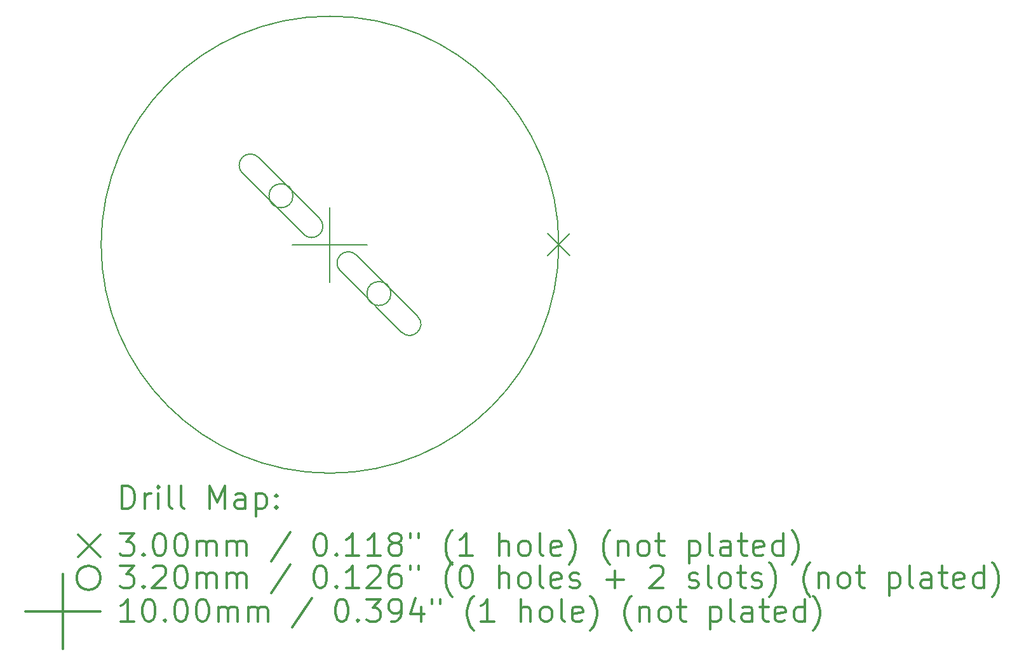
<source format=gbr>
%FSLAX45Y45*%
G04 Gerber Fmt 4.5, Leading zero omitted, Abs format (unit mm)*
G04 Created by KiCad (PCBNEW (5.1.9)-1) date 2021-08-01 23:03:55*
%MOMM*%
%LPD*%
G01*
G04 APERTURE LIST*
%TA.AperFunction,Profile*%
%ADD10C,0.150000*%
%TD*%
%ADD11C,0.200000*%
%ADD12C,0.300000*%
G04 APERTURE END LIST*
D10*
X16230016Y-9840000D02*
G75*
G03*
X16230016Y-9840000I-3050016J0D01*
G01*
D11*
X16080000Y-9690000D02*
X16380000Y-9990000D01*
X16380000Y-9690000D02*
X16080000Y-9990000D01*
X12687500Y-9187500D02*
G75*
G03*
X12687500Y-9187500I-160000J0D01*
G01*
X13041920Y-9489788D02*
X12225212Y-8673080D01*
X12829788Y-9701920D02*
X12013080Y-8885212D01*
X12225212Y-8673080D02*
G75*
G03*
X12013080Y-8885212I-106066J-106066D01*
G01*
X12829788Y-9701920D02*
G75*
G03*
X13041920Y-9489788I106066J106066D01*
G01*
X13992500Y-10492500D02*
G75*
G03*
X13992500Y-10492500I-160000J0D01*
G01*
X14346920Y-10794788D02*
X13530212Y-9978080D01*
X14134788Y-11006920D02*
X13318080Y-10190212D01*
X13530212Y-9978080D02*
G75*
G03*
X13318080Y-10190212I-106066J-106066D01*
G01*
X14134788Y-11006920D02*
G75*
G03*
X14346920Y-10794788I106066J106066D01*
G01*
X13180000Y-9340000D02*
X13180000Y-10340000D01*
X12680000Y-9840000D02*
X13680000Y-9840000D01*
D12*
X10408912Y-13363231D02*
X10408912Y-13063231D01*
X10480341Y-13063231D01*
X10523198Y-13077516D01*
X10551769Y-13106088D01*
X10566055Y-13134659D01*
X10580341Y-13191802D01*
X10580341Y-13234659D01*
X10566055Y-13291802D01*
X10551769Y-13320374D01*
X10523198Y-13348945D01*
X10480341Y-13363231D01*
X10408912Y-13363231D01*
X10708912Y-13363231D02*
X10708912Y-13163231D01*
X10708912Y-13220374D02*
X10723198Y-13191802D01*
X10737484Y-13177516D01*
X10766055Y-13163231D01*
X10794626Y-13163231D01*
X10894626Y-13363231D02*
X10894626Y-13163231D01*
X10894626Y-13063231D02*
X10880341Y-13077516D01*
X10894626Y-13091802D01*
X10908912Y-13077516D01*
X10894626Y-13063231D01*
X10894626Y-13091802D01*
X11080341Y-13363231D02*
X11051769Y-13348945D01*
X11037484Y-13320374D01*
X11037484Y-13063231D01*
X11237483Y-13363231D02*
X11208912Y-13348945D01*
X11194626Y-13320374D01*
X11194626Y-13063231D01*
X11580341Y-13363231D02*
X11580341Y-13063231D01*
X11680341Y-13277516D01*
X11780341Y-13063231D01*
X11780341Y-13363231D01*
X12051769Y-13363231D02*
X12051769Y-13206088D01*
X12037483Y-13177516D01*
X12008912Y-13163231D01*
X11951769Y-13163231D01*
X11923198Y-13177516D01*
X12051769Y-13348945D02*
X12023198Y-13363231D01*
X11951769Y-13363231D01*
X11923198Y-13348945D01*
X11908912Y-13320374D01*
X11908912Y-13291802D01*
X11923198Y-13263231D01*
X11951769Y-13248945D01*
X12023198Y-13248945D01*
X12051769Y-13234659D01*
X12194626Y-13163231D02*
X12194626Y-13463231D01*
X12194626Y-13177516D02*
X12223198Y-13163231D01*
X12280341Y-13163231D01*
X12308912Y-13177516D01*
X12323198Y-13191802D01*
X12337483Y-13220374D01*
X12337483Y-13306088D01*
X12323198Y-13334659D01*
X12308912Y-13348945D01*
X12280341Y-13363231D01*
X12223198Y-13363231D01*
X12194626Y-13348945D01*
X12466055Y-13334659D02*
X12480341Y-13348945D01*
X12466055Y-13363231D01*
X12451769Y-13348945D01*
X12466055Y-13334659D01*
X12466055Y-13363231D01*
X12466055Y-13177516D02*
X12480341Y-13191802D01*
X12466055Y-13206088D01*
X12451769Y-13191802D01*
X12466055Y-13177516D01*
X12466055Y-13206088D01*
X9822484Y-13707516D02*
X10122484Y-14007516D01*
X10122484Y-13707516D02*
X9822484Y-14007516D01*
X10380341Y-13693231D02*
X10566055Y-13693231D01*
X10466055Y-13807516D01*
X10508912Y-13807516D01*
X10537484Y-13821802D01*
X10551769Y-13836088D01*
X10566055Y-13864659D01*
X10566055Y-13936088D01*
X10551769Y-13964659D01*
X10537484Y-13978945D01*
X10508912Y-13993231D01*
X10423198Y-13993231D01*
X10394626Y-13978945D01*
X10380341Y-13964659D01*
X10694626Y-13964659D02*
X10708912Y-13978945D01*
X10694626Y-13993231D01*
X10680341Y-13978945D01*
X10694626Y-13964659D01*
X10694626Y-13993231D01*
X10894626Y-13693231D02*
X10923198Y-13693231D01*
X10951769Y-13707516D01*
X10966055Y-13721802D01*
X10980341Y-13750374D01*
X10994626Y-13807516D01*
X10994626Y-13878945D01*
X10980341Y-13936088D01*
X10966055Y-13964659D01*
X10951769Y-13978945D01*
X10923198Y-13993231D01*
X10894626Y-13993231D01*
X10866055Y-13978945D01*
X10851769Y-13964659D01*
X10837484Y-13936088D01*
X10823198Y-13878945D01*
X10823198Y-13807516D01*
X10837484Y-13750374D01*
X10851769Y-13721802D01*
X10866055Y-13707516D01*
X10894626Y-13693231D01*
X11180341Y-13693231D02*
X11208912Y-13693231D01*
X11237483Y-13707516D01*
X11251769Y-13721802D01*
X11266055Y-13750374D01*
X11280341Y-13807516D01*
X11280341Y-13878945D01*
X11266055Y-13936088D01*
X11251769Y-13964659D01*
X11237483Y-13978945D01*
X11208912Y-13993231D01*
X11180341Y-13993231D01*
X11151769Y-13978945D01*
X11137484Y-13964659D01*
X11123198Y-13936088D01*
X11108912Y-13878945D01*
X11108912Y-13807516D01*
X11123198Y-13750374D01*
X11137484Y-13721802D01*
X11151769Y-13707516D01*
X11180341Y-13693231D01*
X11408912Y-13993231D02*
X11408912Y-13793231D01*
X11408912Y-13821802D02*
X11423198Y-13807516D01*
X11451769Y-13793231D01*
X11494626Y-13793231D01*
X11523198Y-13807516D01*
X11537483Y-13836088D01*
X11537483Y-13993231D01*
X11537483Y-13836088D02*
X11551769Y-13807516D01*
X11580341Y-13793231D01*
X11623198Y-13793231D01*
X11651769Y-13807516D01*
X11666055Y-13836088D01*
X11666055Y-13993231D01*
X11808912Y-13993231D02*
X11808912Y-13793231D01*
X11808912Y-13821802D02*
X11823198Y-13807516D01*
X11851769Y-13793231D01*
X11894626Y-13793231D01*
X11923198Y-13807516D01*
X11937483Y-13836088D01*
X11937483Y-13993231D01*
X11937483Y-13836088D02*
X11951769Y-13807516D01*
X11980341Y-13793231D01*
X12023198Y-13793231D01*
X12051769Y-13807516D01*
X12066055Y-13836088D01*
X12066055Y-13993231D01*
X12651769Y-13678945D02*
X12394626Y-14064659D01*
X13037483Y-13693231D02*
X13066055Y-13693231D01*
X13094626Y-13707516D01*
X13108912Y-13721802D01*
X13123198Y-13750374D01*
X13137483Y-13807516D01*
X13137483Y-13878945D01*
X13123198Y-13936088D01*
X13108912Y-13964659D01*
X13094626Y-13978945D01*
X13066055Y-13993231D01*
X13037483Y-13993231D01*
X13008912Y-13978945D01*
X12994626Y-13964659D01*
X12980341Y-13936088D01*
X12966055Y-13878945D01*
X12966055Y-13807516D01*
X12980341Y-13750374D01*
X12994626Y-13721802D01*
X13008912Y-13707516D01*
X13037483Y-13693231D01*
X13266055Y-13964659D02*
X13280341Y-13978945D01*
X13266055Y-13993231D01*
X13251769Y-13978945D01*
X13266055Y-13964659D01*
X13266055Y-13993231D01*
X13566055Y-13993231D02*
X13394626Y-13993231D01*
X13480341Y-13993231D02*
X13480341Y-13693231D01*
X13451769Y-13736088D01*
X13423198Y-13764659D01*
X13394626Y-13778945D01*
X13851769Y-13993231D02*
X13680341Y-13993231D01*
X13766055Y-13993231D02*
X13766055Y-13693231D01*
X13737483Y-13736088D01*
X13708912Y-13764659D01*
X13680341Y-13778945D01*
X14023198Y-13821802D02*
X13994626Y-13807516D01*
X13980341Y-13793231D01*
X13966055Y-13764659D01*
X13966055Y-13750374D01*
X13980341Y-13721802D01*
X13994626Y-13707516D01*
X14023198Y-13693231D01*
X14080341Y-13693231D01*
X14108912Y-13707516D01*
X14123198Y-13721802D01*
X14137483Y-13750374D01*
X14137483Y-13764659D01*
X14123198Y-13793231D01*
X14108912Y-13807516D01*
X14080341Y-13821802D01*
X14023198Y-13821802D01*
X13994626Y-13836088D01*
X13980341Y-13850374D01*
X13966055Y-13878945D01*
X13966055Y-13936088D01*
X13980341Y-13964659D01*
X13994626Y-13978945D01*
X14023198Y-13993231D01*
X14080341Y-13993231D01*
X14108912Y-13978945D01*
X14123198Y-13964659D01*
X14137483Y-13936088D01*
X14137483Y-13878945D01*
X14123198Y-13850374D01*
X14108912Y-13836088D01*
X14080341Y-13821802D01*
X14251769Y-13693231D02*
X14251769Y-13750374D01*
X14366055Y-13693231D02*
X14366055Y-13750374D01*
X14808912Y-14107516D02*
X14794626Y-14093231D01*
X14766055Y-14050374D01*
X14751769Y-14021802D01*
X14737483Y-13978945D01*
X14723198Y-13907516D01*
X14723198Y-13850374D01*
X14737483Y-13778945D01*
X14751769Y-13736088D01*
X14766055Y-13707516D01*
X14794626Y-13664659D01*
X14808912Y-13650374D01*
X15080341Y-13993231D02*
X14908912Y-13993231D01*
X14994626Y-13993231D02*
X14994626Y-13693231D01*
X14966055Y-13736088D01*
X14937483Y-13764659D01*
X14908912Y-13778945D01*
X15437483Y-13993231D02*
X15437483Y-13693231D01*
X15566055Y-13993231D02*
X15566055Y-13836088D01*
X15551769Y-13807516D01*
X15523198Y-13793231D01*
X15480341Y-13793231D01*
X15451769Y-13807516D01*
X15437483Y-13821802D01*
X15751769Y-13993231D02*
X15723198Y-13978945D01*
X15708912Y-13964659D01*
X15694626Y-13936088D01*
X15694626Y-13850374D01*
X15708912Y-13821802D01*
X15723198Y-13807516D01*
X15751769Y-13793231D01*
X15794626Y-13793231D01*
X15823198Y-13807516D01*
X15837483Y-13821802D01*
X15851769Y-13850374D01*
X15851769Y-13936088D01*
X15837483Y-13964659D01*
X15823198Y-13978945D01*
X15794626Y-13993231D01*
X15751769Y-13993231D01*
X16023198Y-13993231D02*
X15994626Y-13978945D01*
X15980341Y-13950374D01*
X15980341Y-13693231D01*
X16251769Y-13978945D02*
X16223198Y-13993231D01*
X16166055Y-13993231D01*
X16137483Y-13978945D01*
X16123198Y-13950374D01*
X16123198Y-13836088D01*
X16137483Y-13807516D01*
X16166055Y-13793231D01*
X16223198Y-13793231D01*
X16251769Y-13807516D01*
X16266055Y-13836088D01*
X16266055Y-13864659D01*
X16123198Y-13893231D01*
X16366055Y-14107516D02*
X16380341Y-14093231D01*
X16408912Y-14050374D01*
X16423198Y-14021802D01*
X16437483Y-13978945D01*
X16451769Y-13907516D01*
X16451769Y-13850374D01*
X16437483Y-13778945D01*
X16423198Y-13736088D01*
X16408912Y-13707516D01*
X16380341Y-13664659D01*
X16366055Y-13650374D01*
X16908912Y-14107516D02*
X16894626Y-14093231D01*
X16866055Y-14050374D01*
X16851769Y-14021802D01*
X16837484Y-13978945D01*
X16823198Y-13907516D01*
X16823198Y-13850374D01*
X16837484Y-13778945D01*
X16851769Y-13736088D01*
X16866055Y-13707516D01*
X16894626Y-13664659D01*
X16908912Y-13650374D01*
X17023198Y-13793231D02*
X17023198Y-13993231D01*
X17023198Y-13821802D02*
X17037484Y-13807516D01*
X17066055Y-13793231D01*
X17108912Y-13793231D01*
X17137484Y-13807516D01*
X17151769Y-13836088D01*
X17151769Y-13993231D01*
X17337484Y-13993231D02*
X17308912Y-13978945D01*
X17294626Y-13964659D01*
X17280341Y-13936088D01*
X17280341Y-13850374D01*
X17294626Y-13821802D01*
X17308912Y-13807516D01*
X17337484Y-13793231D01*
X17380341Y-13793231D01*
X17408912Y-13807516D01*
X17423198Y-13821802D01*
X17437484Y-13850374D01*
X17437484Y-13936088D01*
X17423198Y-13964659D01*
X17408912Y-13978945D01*
X17380341Y-13993231D01*
X17337484Y-13993231D01*
X17523198Y-13793231D02*
X17637484Y-13793231D01*
X17566055Y-13693231D02*
X17566055Y-13950374D01*
X17580341Y-13978945D01*
X17608912Y-13993231D01*
X17637484Y-13993231D01*
X17966055Y-13793231D02*
X17966055Y-14093231D01*
X17966055Y-13807516D02*
X17994626Y-13793231D01*
X18051769Y-13793231D01*
X18080341Y-13807516D01*
X18094626Y-13821802D01*
X18108912Y-13850374D01*
X18108912Y-13936088D01*
X18094626Y-13964659D01*
X18080341Y-13978945D01*
X18051769Y-13993231D01*
X17994626Y-13993231D01*
X17966055Y-13978945D01*
X18280341Y-13993231D02*
X18251769Y-13978945D01*
X18237484Y-13950374D01*
X18237484Y-13693231D01*
X18523198Y-13993231D02*
X18523198Y-13836088D01*
X18508912Y-13807516D01*
X18480341Y-13793231D01*
X18423198Y-13793231D01*
X18394626Y-13807516D01*
X18523198Y-13978945D02*
X18494626Y-13993231D01*
X18423198Y-13993231D01*
X18394626Y-13978945D01*
X18380341Y-13950374D01*
X18380341Y-13921802D01*
X18394626Y-13893231D01*
X18423198Y-13878945D01*
X18494626Y-13878945D01*
X18523198Y-13864659D01*
X18623198Y-13793231D02*
X18737484Y-13793231D01*
X18666055Y-13693231D02*
X18666055Y-13950374D01*
X18680341Y-13978945D01*
X18708912Y-13993231D01*
X18737484Y-13993231D01*
X18951769Y-13978945D02*
X18923198Y-13993231D01*
X18866055Y-13993231D01*
X18837484Y-13978945D01*
X18823198Y-13950374D01*
X18823198Y-13836088D01*
X18837484Y-13807516D01*
X18866055Y-13793231D01*
X18923198Y-13793231D01*
X18951769Y-13807516D01*
X18966055Y-13836088D01*
X18966055Y-13864659D01*
X18823198Y-13893231D01*
X19223198Y-13993231D02*
X19223198Y-13693231D01*
X19223198Y-13978945D02*
X19194626Y-13993231D01*
X19137484Y-13993231D01*
X19108912Y-13978945D01*
X19094626Y-13964659D01*
X19080341Y-13936088D01*
X19080341Y-13850374D01*
X19094626Y-13821802D01*
X19108912Y-13807516D01*
X19137484Y-13793231D01*
X19194626Y-13793231D01*
X19223198Y-13807516D01*
X19337484Y-14107516D02*
X19351769Y-14093231D01*
X19380341Y-14050374D01*
X19394626Y-14021802D01*
X19408912Y-13978945D01*
X19423198Y-13907516D01*
X19423198Y-13850374D01*
X19408912Y-13778945D01*
X19394626Y-13736088D01*
X19380341Y-13707516D01*
X19351769Y-13664659D01*
X19337484Y-13650374D01*
X10122484Y-14287516D02*
G75*
G03*
X10122484Y-14287516I-160000J0D01*
G01*
X10380341Y-14123231D02*
X10566055Y-14123231D01*
X10466055Y-14237516D01*
X10508912Y-14237516D01*
X10537484Y-14251802D01*
X10551769Y-14266088D01*
X10566055Y-14294659D01*
X10566055Y-14366088D01*
X10551769Y-14394659D01*
X10537484Y-14408945D01*
X10508912Y-14423231D01*
X10423198Y-14423231D01*
X10394626Y-14408945D01*
X10380341Y-14394659D01*
X10694626Y-14394659D02*
X10708912Y-14408945D01*
X10694626Y-14423231D01*
X10680341Y-14408945D01*
X10694626Y-14394659D01*
X10694626Y-14423231D01*
X10823198Y-14151802D02*
X10837484Y-14137516D01*
X10866055Y-14123231D01*
X10937484Y-14123231D01*
X10966055Y-14137516D01*
X10980341Y-14151802D01*
X10994626Y-14180374D01*
X10994626Y-14208945D01*
X10980341Y-14251802D01*
X10808912Y-14423231D01*
X10994626Y-14423231D01*
X11180341Y-14123231D02*
X11208912Y-14123231D01*
X11237483Y-14137516D01*
X11251769Y-14151802D01*
X11266055Y-14180374D01*
X11280341Y-14237516D01*
X11280341Y-14308945D01*
X11266055Y-14366088D01*
X11251769Y-14394659D01*
X11237483Y-14408945D01*
X11208912Y-14423231D01*
X11180341Y-14423231D01*
X11151769Y-14408945D01*
X11137484Y-14394659D01*
X11123198Y-14366088D01*
X11108912Y-14308945D01*
X11108912Y-14237516D01*
X11123198Y-14180374D01*
X11137484Y-14151802D01*
X11151769Y-14137516D01*
X11180341Y-14123231D01*
X11408912Y-14423231D02*
X11408912Y-14223231D01*
X11408912Y-14251802D02*
X11423198Y-14237516D01*
X11451769Y-14223231D01*
X11494626Y-14223231D01*
X11523198Y-14237516D01*
X11537483Y-14266088D01*
X11537483Y-14423231D01*
X11537483Y-14266088D02*
X11551769Y-14237516D01*
X11580341Y-14223231D01*
X11623198Y-14223231D01*
X11651769Y-14237516D01*
X11666055Y-14266088D01*
X11666055Y-14423231D01*
X11808912Y-14423231D02*
X11808912Y-14223231D01*
X11808912Y-14251802D02*
X11823198Y-14237516D01*
X11851769Y-14223231D01*
X11894626Y-14223231D01*
X11923198Y-14237516D01*
X11937483Y-14266088D01*
X11937483Y-14423231D01*
X11937483Y-14266088D02*
X11951769Y-14237516D01*
X11980341Y-14223231D01*
X12023198Y-14223231D01*
X12051769Y-14237516D01*
X12066055Y-14266088D01*
X12066055Y-14423231D01*
X12651769Y-14108945D02*
X12394626Y-14494659D01*
X13037483Y-14123231D02*
X13066055Y-14123231D01*
X13094626Y-14137516D01*
X13108912Y-14151802D01*
X13123198Y-14180374D01*
X13137483Y-14237516D01*
X13137483Y-14308945D01*
X13123198Y-14366088D01*
X13108912Y-14394659D01*
X13094626Y-14408945D01*
X13066055Y-14423231D01*
X13037483Y-14423231D01*
X13008912Y-14408945D01*
X12994626Y-14394659D01*
X12980341Y-14366088D01*
X12966055Y-14308945D01*
X12966055Y-14237516D01*
X12980341Y-14180374D01*
X12994626Y-14151802D01*
X13008912Y-14137516D01*
X13037483Y-14123231D01*
X13266055Y-14394659D02*
X13280341Y-14408945D01*
X13266055Y-14423231D01*
X13251769Y-14408945D01*
X13266055Y-14394659D01*
X13266055Y-14423231D01*
X13566055Y-14423231D02*
X13394626Y-14423231D01*
X13480341Y-14423231D02*
X13480341Y-14123231D01*
X13451769Y-14166088D01*
X13423198Y-14194659D01*
X13394626Y-14208945D01*
X13680341Y-14151802D02*
X13694626Y-14137516D01*
X13723198Y-14123231D01*
X13794626Y-14123231D01*
X13823198Y-14137516D01*
X13837483Y-14151802D01*
X13851769Y-14180374D01*
X13851769Y-14208945D01*
X13837483Y-14251802D01*
X13666055Y-14423231D01*
X13851769Y-14423231D01*
X14108912Y-14123231D02*
X14051769Y-14123231D01*
X14023198Y-14137516D01*
X14008912Y-14151802D01*
X13980341Y-14194659D01*
X13966055Y-14251802D01*
X13966055Y-14366088D01*
X13980341Y-14394659D01*
X13994626Y-14408945D01*
X14023198Y-14423231D01*
X14080341Y-14423231D01*
X14108912Y-14408945D01*
X14123198Y-14394659D01*
X14137483Y-14366088D01*
X14137483Y-14294659D01*
X14123198Y-14266088D01*
X14108912Y-14251802D01*
X14080341Y-14237516D01*
X14023198Y-14237516D01*
X13994626Y-14251802D01*
X13980341Y-14266088D01*
X13966055Y-14294659D01*
X14251769Y-14123231D02*
X14251769Y-14180374D01*
X14366055Y-14123231D02*
X14366055Y-14180374D01*
X14808912Y-14537516D02*
X14794626Y-14523231D01*
X14766055Y-14480374D01*
X14751769Y-14451802D01*
X14737483Y-14408945D01*
X14723198Y-14337516D01*
X14723198Y-14280374D01*
X14737483Y-14208945D01*
X14751769Y-14166088D01*
X14766055Y-14137516D01*
X14794626Y-14094659D01*
X14808912Y-14080374D01*
X14980341Y-14123231D02*
X15008912Y-14123231D01*
X15037483Y-14137516D01*
X15051769Y-14151802D01*
X15066055Y-14180374D01*
X15080341Y-14237516D01*
X15080341Y-14308945D01*
X15066055Y-14366088D01*
X15051769Y-14394659D01*
X15037483Y-14408945D01*
X15008912Y-14423231D01*
X14980341Y-14423231D01*
X14951769Y-14408945D01*
X14937483Y-14394659D01*
X14923198Y-14366088D01*
X14908912Y-14308945D01*
X14908912Y-14237516D01*
X14923198Y-14180374D01*
X14937483Y-14151802D01*
X14951769Y-14137516D01*
X14980341Y-14123231D01*
X15437483Y-14423231D02*
X15437483Y-14123231D01*
X15566055Y-14423231D02*
X15566055Y-14266088D01*
X15551769Y-14237516D01*
X15523198Y-14223231D01*
X15480341Y-14223231D01*
X15451769Y-14237516D01*
X15437483Y-14251802D01*
X15751769Y-14423231D02*
X15723198Y-14408945D01*
X15708912Y-14394659D01*
X15694626Y-14366088D01*
X15694626Y-14280374D01*
X15708912Y-14251802D01*
X15723198Y-14237516D01*
X15751769Y-14223231D01*
X15794626Y-14223231D01*
X15823198Y-14237516D01*
X15837483Y-14251802D01*
X15851769Y-14280374D01*
X15851769Y-14366088D01*
X15837483Y-14394659D01*
X15823198Y-14408945D01*
X15794626Y-14423231D01*
X15751769Y-14423231D01*
X16023198Y-14423231D02*
X15994626Y-14408945D01*
X15980341Y-14380374D01*
X15980341Y-14123231D01*
X16251769Y-14408945D02*
X16223198Y-14423231D01*
X16166055Y-14423231D01*
X16137483Y-14408945D01*
X16123198Y-14380374D01*
X16123198Y-14266088D01*
X16137483Y-14237516D01*
X16166055Y-14223231D01*
X16223198Y-14223231D01*
X16251769Y-14237516D01*
X16266055Y-14266088D01*
X16266055Y-14294659D01*
X16123198Y-14323231D01*
X16380341Y-14408945D02*
X16408912Y-14423231D01*
X16466055Y-14423231D01*
X16494626Y-14408945D01*
X16508912Y-14380374D01*
X16508912Y-14366088D01*
X16494626Y-14337516D01*
X16466055Y-14323231D01*
X16423198Y-14323231D01*
X16394626Y-14308945D01*
X16380341Y-14280374D01*
X16380341Y-14266088D01*
X16394626Y-14237516D01*
X16423198Y-14223231D01*
X16466055Y-14223231D01*
X16494626Y-14237516D01*
X16866055Y-14308945D02*
X17094626Y-14308945D01*
X16980341Y-14423231D02*
X16980341Y-14194659D01*
X17451769Y-14151802D02*
X17466055Y-14137516D01*
X17494626Y-14123231D01*
X17566055Y-14123231D01*
X17594626Y-14137516D01*
X17608912Y-14151802D01*
X17623198Y-14180374D01*
X17623198Y-14208945D01*
X17608912Y-14251802D01*
X17437484Y-14423231D01*
X17623198Y-14423231D01*
X17966055Y-14408945D02*
X17994626Y-14423231D01*
X18051769Y-14423231D01*
X18080341Y-14408945D01*
X18094626Y-14380374D01*
X18094626Y-14366088D01*
X18080341Y-14337516D01*
X18051769Y-14323231D01*
X18008912Y-14323231D01*
X17980341Y-14308945D01*
X17966055Y-14280374D01*
X17966055Y-14266088D01*
X17980341Y-14237516D01*
X18008912Y-14223231D01*
X18051769Y-14223231D01*
X18080341Y-14237516D01*
X18266055Y-14423231D02*
X18237484Y-14408945D01*
X18223198Y-14380374D01*
X18223198Y-14123231D01*
X18423198Y-14423231D02*
X18394626Y-14408945D01*
X18380341Y-14394659D01*
X18366055Y-14366088D01*
X18366055Y-14280374D01*
X18380341Y-14251802D01*
X18394626Y-14237516D01*
X18423198Y-14223231D01*
X18466055Y-14223231D01*
X18494626Y-14237516D01*
X18508912Y-14251802D01*
X18523198Y-14280374D01*
X18523198Y-14366088D01*
X18508912Y-14394659D01*
X18494626Y-14408945D01*
X18466055Y-14423231D01*
X18423198Y-14423231D01*
X18608912Y-14223231D02*
X18723198Y-14223231D01*
X18651769Y-14123231D02*
X18651769Y-14380374D01*
X18666055Y-14408945D01*
X18694626Y-14423231D01*
X18723198Y-14423231D01*
X18808912Y-14408945D02*
X18837484Y-14423231D01*
X18894626Y-14423231D01*
X18923198Y-14408945D01*
X18937484Y-14380374D01*
X18937484Y-14366088D01*
X18923198Y-14337516D01*
X18894626Y-14323231D01*
X18851769Y-14323231D01*
X18823198Y-14308945D01*
X18808912Y-14280374D01*
X18808912Y-14266088D01*
X18823198Y-14237516D01*
X18851769Y-14223231D01*
X18894626Y-14223231D01*
X18923198Y-14237516D01*
X19037484Y-14537516D02*
X19051769Y-14523231D01*
X19080341Y-14480374D01*
X19094626Y-14451802D01*
X19108912Y-14408945D01*
X19123198Y-14337516D01*
X19123198Y-14280374D01*
X19108912Y-14208945D01*
X19094626Y-14166088D01*
X19080341Y-14137516D01*
X19051769Y-14094659D01*
X19037484Y-14080374D01*
X19580341Y-14537516D02*
X19566055Y-14523231D01*
X19537484Y-14480374D01*
X19523198Y-14451802D01*
X19508912Y-14408945D01*
X19494626Y-14337516D01*
X19494626Y-14280374D01*
X19508912Y-14208945D01*
X19523198Y-14166088D01*
X19537484Y-14137516D01*
X19566055Y-14094659D01*
X19580341Y-14080374D01*
X19694626Y-14223231D02*
X19694626Y-14423231D01*
X19694626Y-14251802D02*
X19708912Y-14237516D01*
X19737484Y-14223231D01*
X19780341Y-14223231D01*
X19808912Y-14237516D01*
X19823198Y-14266088D01*
X19823198Y-14423231D01*
X20008912Y-14423231D02*
X19980341Y-14408945D01*
X19966055Y-14394659D01*
X19951769Y-14366088D01*
X19951769Y-14280374D01*
X19966055Y-14251802D01*
X19980341Y-14237516D01*
X20008912Y-14223231D01*
X20051769Y-14223231D01*
X20080341Y-14237516D01*
X20094626Y-14251802D01*
X20108912Y-14280374D01*
X20108912Y-14366088D01*
X20094626Y-14394659D01*
X20080341Y-14408945D01*
X20051769Y-14423231D01*
X20008912Y-14423231D01*
X20194626Y-14223231D02*
X20308912Y-14223231D01*
X20237484Y-14123231D02*
X20237484Y-14380374D01*
X20251769Y-14408945D01*
X20280341Y-14423231D01*
X20308912Y-14423231D01*
X20637484Y-14223231D02*
X20637484Y-14523231D01*
X20637484Y-14237516D02*
X20666055Y-14223231D01*
X20723198Y-14223231D01*
X20751769Y-14237516D01*
X20766055Y-14251802D01*
X20780341Y-14280374D01*
X20780341Y-14366088D01*
X20766055Y-14394659D01*
X20751769Y-14408945D01*
X20723198Y-14423231D01*
X20666055Y-14423231D01*
X20637484Y-14408945D01*
X20951769Y-14423231D02*
X20923198Y-14408945D01*
X20908912Y-14380374D01*
X20908912Y-14123231D01*
X21194626Y-14423231D02*
X21194626Y-14266088D01*
X21180341Y-14237516D01*
X21151769Y-14223231D01*
X21094626Y-14223231D01*
X21066055Y-14237516D01*
X21194626Y-14408945D02*
X21166055Y-14423231D01*
X21094626Y-14423231D01*
X21066055Y-14408945D01*
X21051769Y-14380374D01*
X21051769Y-14351802D01*
X21066055Y-14323231D01*
X21094626Y-14308945D01*
X21166055Y-14308945D01*
X21194626Y-14294659D01*
X21294626Y-14223231D02*
X21408912Y-14223231D01*
X21337484Y-14123231D02*
X21337484Y-14380374D01*
X21351769Y-14408945D01*
X21380341Y-14423231D01*
X21408912Y-14423231D01*
X21623198Y-14408945D02*
X21594626Y-14423231D01*
X21537484Y-14423231D01*
X21508912Y-14408945D01*
X21494626Y-14380374D01*
X21494626Y-14266088D01*
X21508912Y-14237516D01*
X21537484Y-14223231D01*
X21594626Y-14223231D01*
X21623198Y-14237516D01*
X21637484Y-14266088D01*
X21637484Y-14294659D01*
X21494626Y-14323231D01*
X21894626Y-14423231D02*
X21894626Y-14123231D01*
X21894626Y-14408945D02*
X21866055Y-14423231D01*
X21808912Y-14423231D01*
X21780341Y-14408945D01*
X21766055Y-14394659D01*
X21751769Y-14366088D01*
X21751769Y-14280374D01*
X21766055Y-14251802D01*
X21780341Y-14237516D01*
X21808912Y-14223231D01*
X21866055Y-14223231D01*
X21894626Y-14237516D01*
X22008912Y-14537516D02*
X22023198Y-14523231D01*
X22051769Y-14480374D01*
X22066055Y-14451802D01*
X22080341Y-14408945D01*
X22094626Y-14337516D01*
X22094626Y-14280374D01*
X22080341Y-14208945D01*
X22066055Y-14166088D01*
X22051769Y-14137516D01*
X22023198Y-14094659D01*
X22008912Y-14080374D01*
X9622484Y-14237516D02*
X9622484Y-15237516D01*
X9122484Y-14737516D02*
X10122484Y-14737516D01*
X10566055Y-14873231D02*
X10394626Y-14873231D01*
X10480341Y-14873231D02*
X10480341Y-14573231D01*
X10451769Y-14616088D01*
X10423198Y-14644659D01*
X10394626Y-14658945D01*
X10751769Y-14573231D02*
X10780341Y-14573231D01*
X10808912Y-14587516D01*
X10823198Y-14601802D01*
X10837484Y-14630374D01*
X10851769Y-14687516D01*
X10851769Y-14758945D01*
X10837484Y-14816088D01*
X10823198Y-14844659D01*
X10808912Y-14858945D01*
X10780341Y-14873231D01*
X10751769Y-14873231D01*
X10723198Y-14858945D01*
X10708912Y-14844659D01*
X10694626Y-14816088D01*
X10680341Y-14758945D01*
X10680341Y-14687516D01*
X10694626Y-14630374D01*
X10708912Y-14601802D01*
X10723198Y-14587516D01*
X10751769Y-14573231D01*
X10980341Y-14844659D02*
X10994626Y-14858945D01*
X10980341Y-14873231D01*
X10966055Y-14858945D01*
X10980341Y-14844659D01*
X10980341Y-14873231D01*
X11180341Y-14573231D02*
X11208912Y-14573231D01*
X11237483Y-14587516D01*
X11251769Y-14601802D01*
X11266055Y-14630374D01*
X11280341Y-14687516D01*
X11280341Y-14758945D01*
X11266055Y-14816088D01*
X11251769Y-14844659D01*
X11237483Y-14858945D01*
X11208912Y-14873231D01*
X11180341Y-14873231D01*
X11151769Y-14858945D01*
X11137484Y-14844659D01*
X11123198Y-14816088D01*
X11108912Y-14758945D01*
X11108912Y-14687516D01*
X11123198Y-14630374D01*
X11137484Y-14601802D01*
X11151769Y-14587516D01*
X11180341Y-14573231D01*
X11466055Y-14573231D02*
X11494626Y-14573231D01*
X11523198Y-14587516D01*
X11537483Y-14601802D01*
X11551769Y-14630374D01*
X11566055Y-14687516D01*
X11566055Y-14758945D01*
X11551769Y-14816088D01*
X11537483Y-14844659D01*
X11523198Y-14858945D01*
X11494626Y-14873231D01*
X11466055Y-14873231D01*
X11437483Y-14858945D01*
X11423198Y-14844659D01*
X11408912Y-14816088D01*
X11394626Y-14758945D01*
X11394626Y-14687516D01*
X11408912Y-14630374D01*
X11423198Y-14601802D01*
X11437483Y-14587516D01*
X11466055Y-14573231D01*
X11694626Y-14873231D02*
X11694626Y-14673231D01*
X11694626Y-14701802D02*
X11708912Y-14687516D01*
X11737483Y-14673231D01*
X11780341Y-14673231D01*
X11808912Y-14687516D01*
X11823198Y-14716088D01*
X11823198Y-14873231D01*
X11823198Y-14716088D02*
X11837483Y-14687516D01*
X11866055Y-14673231D01*
X11908912Y-14673231D01*
X11937483Y-14687516D01*
X11951769Y-14716088D01*
X11951769Y-14873231D01*
X12094626Y-14873231D02*
X12094626Y-14673231D01*
X12094626Y-14701802D02*
X12108912Y-14687516D01*
X12137483Y-14673231D01*
X12180341Y-14673231D01*
X12208912Y-14687516D01*
X12223198Y-14716088D01*
X12223198Y-14873231D01*
X12223198Y-14716088D02*
X12237483Y-14687516D01*
X12266055Y-14673231D01*
X12308912Y-14673231D01*
X12337483Y-14687516D01*
X12351769Y-14716088D01*
X12351769Y-14873231D01*
X12937483Y-14558945D02*
X12680341Y-14944659D01*
X13323198Y-14573231D02*
X13351769Y-14573231D01*
X13380341Y-14587516D01*
X13394626Y-14601802D01*
X13408912Y-14630374D01*
X13423198Y-14687516D01*
X13423198Y-14758945D01*
X13408912Y-14816088D01*
X13394626Y-14844659D01*
X13380341Y-14858945D01*
X13351769Y-14873231D01*
X13323198Y-14873231D01*
X13294626Y-14858945D01*
X13280341Y-14844659D01*
X13266055Y-14816088D01*
X13251769Y-14758945D01*
X13251769Y-14687516D01*
X13266055Y-14630374D01*
X13280341Y-14601802D01*
X13294626Y-14587516D01*
X13323198Y-14573231D01*
X13551769Y-14844659D02*
X13566055Y-14858945D01*
X13551769Y-14873231D01*
X13537483Y-14858945D01*
X13551769Y-14844659D01*
X13551769Y-14873231D01*
X13666055Y-14573231D02*
X13851769Y-14573231D01*
X13751769Y-14687516D01*
X13794626Y-14687516D01*
X13823198Y-14701802D01*
X13837483Y-14716088D01*
X13851769Y-14744659D01*
X13851769Y-14816088D01*
X13837483Y-14844659D01*
X13823198Y-14858945D01*
X13794626Y-14873231D01*
X13708912Y-14873231D01*
X13680341Y-14858945D01*
X13666055Y-14844659D01*
X13994626Y-14873231D02*
X14051769Y-14873231D01*
X14080341Y-14858945D01*
X14094626Y-14844659D01*
X14123198Y-14801802D01*
X14137483Y-14744659D01*
X14137483Y-14630374D01*
X14123198Y-14601802D01*
X14108912Y-14587516D01*
X14080341Y-14573231D01*
X14023198Y-14573231D01*
X13994626Y-14587516D01*
X13980341Y-14601802D01*
X13966055Y-14630374D01*
X13966055Y-14701802D01*
X13980341Y-14730374D01*
X13994626Y-14744659D01*
X14023198Y-14758945D01*
X14080341Y-14758945D01*
X14108912Y-14744659D01*
X14123198Y-14730374D01*
X14137483Y-14701802D01*
X14394626Y-14673231D02*
X14394626Y-14873231D01*
X14323198Y-14558945D02*
X14251769Y-14773231D01*
X14437483Y-14773231D01*
X14537483Y-14573231D02*
X14537483Y-14630374D01*
X14651769Y-14573231D02*
X14651769Y-14630374D01*
X15094626Y-14987516D02*
X15080341Y-14973231D01*
X15051769Y-14930374D01*
X15037483Y-14901802D01*
X15023198Y-14858945D01*
X15008912Y-14787516D01*
X15008912Y-14730374D01*
X15023198Y-14658945D01*
X15037483Y-14616088D01*
X15051769Y-14587516D01*
X15080341Y-14544659D01*
X15094626Y-14530374D01*
X15366055Y-14873231D02*
X15194626Y-14873231D01*
X15280341Y-14873231D02*
X15280341Y-14573231D01*
X15251769Y-14616088D01*
X15223198Y-14644659D01*
X15194626Y-14658945D01*
X15723198Y-14873231D02*
X15723198Y-14573231D01*
X15851769Y-14873231D02*
X15851769Y-14716088D01*
X15837483Y-14687516D01*
X15808912Y-14673231D01*
X15766055Y-14673231D01*
X15737483Y-14687516D01*
X15723198Y-14701802D01*
X16037483Y-14873231D02*
X16008912Y-14858945D01*
X15994626Y-14844659D01*
X15980341Y-14816088D01*
X15980341Y-14730374D01*
X15994626Y-14701802D01*
X16008912Y-14687516D01*
X16037483Y-14673231D01*
X16080341Y-14673231D01*
X16108912Y-14687516D01*
X16123198Y-14701802D01*
X16137483Y-14730374D01*
X16137483Y-14816088D01*
X16123198Y-14844659D01*
X16108912Y-14858945D01*
X16080341Y-14873231D01*
X16037483Y-14873231D01*
X16308912Y-14873231D02*
X16280341Y-14858945D01*
X16266055Y-14830374D01*
X16266055Y-14573231D01*
X16537483Y-14858945D02*
X16508912Y-14873231D01*
X16451769Y-14873231D01*
X16423198Y-14858945D01*
X16408912Y-14830374D01*
X16408912Y-14716088D01*
X16423198Y-14687516D01*
X16451769Y-14673231D01*
X16508912Y-14673231D01*
X16537483Y-14687516D01*
X16551769Y-14716088D01*
X16551769Y-14744659D01*
X16408912Y-14773231D01*
X16651769Y-14987516D02*
X16666055Y-14973231D01*
X16694626Y-14930374D01*
X16708912Y-14901802D01*
X16723198Y-14858945D01*
X16737483Y-14787516D01*
X16737483Y-14730374D01*
X16723198Y-14658945D01*
X16708912Y-14616088D01*
X16694626Y-14587516D01*
X16666055Y-14544659D01*
X16651769Y-14530374D01*
X17194626Y-14987516D02*
X17180341Y-14973231D01*
X17151769Y-14930374D01*
X17137484Y-14901802D01*
X17123198Y-14858945D01*
X17108912Y-14787516D01*
X17108912Y-14730374D01*
X17123198Y-14658945D01*
X17137484Y-14616088D01*
X17151769Y-14587516D01*
X17180341Y-14544659D01*
X17194626Y-14530374D01*
X17308912Y-14673231D02*
X17308912Y-14873231D01*
X17308912Y-14701802D02*
X17323198Y-14687516D01*
X17351769Y-14673231D01*
X17394626Y-14673231D01*
X17423198Y-14687516D01*
X17437484Y-14716088D01*
X17437484Y-14873231D01*
X17623198Y-14873231D02*
X17594626Y-14858945D01*
X17580341Y-14844659D01*
X17566055Y-14816088D01*
X17566055Y-14730374D01*
X17580341Y-14701802D01*
X17594626Y-14687516D01*
X17623198Y-14673231D01*
X17666055Y-14673231D01*
X17694626Y-14687516D01*
X17708912Y-14701802D01*
X17723198Y-14730374D01*
X17723198Y-14816088D01*
X17708912Y-14844659D01*
X17694626Y-14858945D01*
X17666055Y-14873231D01*
X17623198Y-14873231D01*
X17808912Y-14673231D02*
X17923198Y-14673231D01*
X17851769Y-14573231D02*
X17851769Y-14830374D01*
X17866055Y-14858945D01*
X17894626Y-14873231D01*
X17923198Y-14873231D01*
X18251769Y-14673231D02*
X18251769Y-14973231D01*
X18251769Y-14687516D02*
X18280341Y-14673231D01*
X18337484Y-14673231D01*
X18366055Y-14687516D01*
X18380341Y-14701802D01*
X18394626Y-14730374D01*
X18394626Y-14816088D01*
X18380341Y-14844659D01*
X18366055Y-14858945D01*
X18337484Y-14873231D01*
X18280341Y-14873231D01*
X18251769Y-14858945D01*
X18566055Y-14873231D02*
X18537484Y-14858945D01*
X18523198Y-14830374D01*
X18523198Y-14573231D01*
X18808912Y-14873231D02*
X18808912Y-14716088D01*
X18794626Y-14687516D01*
X18766055Y-14673231D01*
X18708912Y-14673231D01*
X18680341Y-14687516D01*
X18808912Y-14858945D02*
X18780341Y-14873231D01*
X18708912Y-14873231D01*
X18680341Y-14858945D01*
X18666055Y-14830374D01*
X18666055Y-14801802D01*
X18680341Y-14773231D01*
X18708912Y-14758945D01*
X18780341Y-14758945D01*
X18808912Y-14744659D01*
X18908912Y-14673231D02*
X19023198Y-14673231D01*
X18951769Y-14573231D02*
X18951769Y-14830374D01*
X18966055Y-14858945D01*
X18994626Y-14873231D01*
X19023198Y-14873231D01*
X19237484Y-14858945D02*
X19208912Y-14873231D01*
X19151769Y-14873231D01*
X19123198Y-14858945D01*
X19108912Y-14830374D01*
X19108912Y-14716088D01*
X19123198Y-14687516D01*
X19151769Y-14673231D01*
X19208912Y-14673231D01*
X19237484Y-14687516D01*
X19251769Y-14716088D01*
X19251769Y-14744659D01*
X19108912Y-14773231D01*
X19508912Y-14873231D02*
X19508912Y-14573231D01*
X19508912Y-14858945D02*
X19480341Y-14873231D01*
X19423198Y-14873231D01*
X19394626Y-14858945D01*
X19380341Y-14844659D01*
X19366055Y-14816088D01*
X19366055Y-14730374D01*
X19380341Y-14701802D01*
X19394626Y-14687516D01*
X19423198Y-14673231D01*
X19480341Y-14673231D01*
X19508912Y-14687516D01*
X19623198Y-14987516D02*
X19637484Y-14973231D01*
X19666055Y-14930374D01*
X19680341Y-14901802D01*
X19694626Y-14858945D01*
X19708912Y-14787516D01*
X19708912Y-14730374D01*
X19694626Y-14658945D01*
X19680341Y-14616088D01*
X19666055Y-14587516D01*
X19637484Y-14544659D01*
X19623198Y-14530374D01*
M02*

</source>
